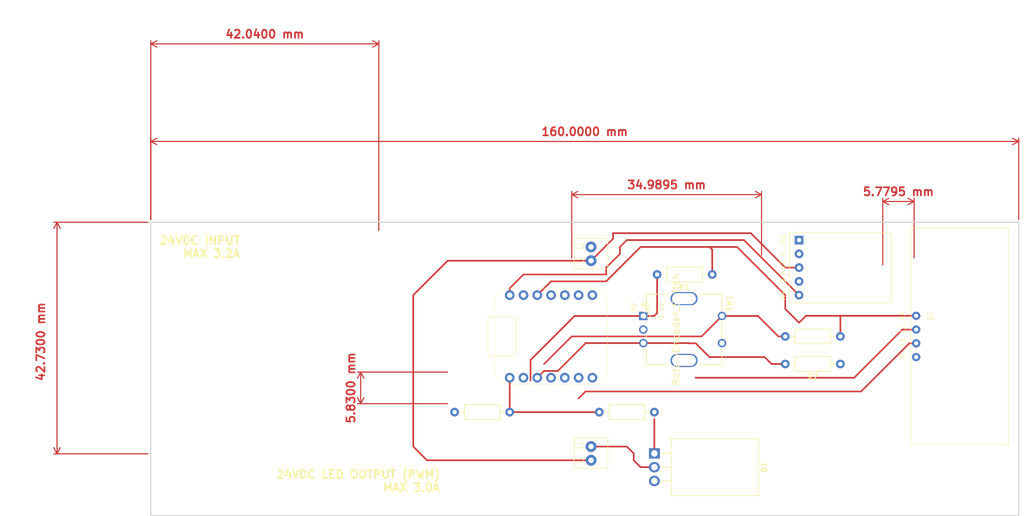
<source format=kicad_pcb>
(kicad_pcb (version 20240108) (generator "pcbnew") (generator_version "8.0")
  (layers (0 "F.Cu" signal) (31 "B.Cu" signal) (34 "B.Paste" user) (35 "F.Paste" user) (36 "B.SilkS" user "B.Silkscreen") (37 "F.SilkS" user "F.Silkscreen") (38 "B.Mask" user) (39 "F.Mask" user) (44 "Edge.Cuts" user))
  (net 0 "")
  (net 1 "/+24V")
  (net 2 "Net-(J2-Pin_2)")
  (net 3 "Net-(J3-Vcc)")
  (net 4 "Net-(Pololu_5V_1-VOUT_5V)")
  (net 6 "Net-(U1-GPIO_9)")
  (net 7 "Net-(Q1-G)")
  (net 8 "Net-(SW1-S1)")
  (net 11 "Net-(U1-GPIO_18)")
  (net 13 "Net-(U1-GPIO_7)")
  (net 15 "Net-(J3-ECHO)")
  (net 16 "Net-(J3-TRIG)")
  (net 17 "<NO NET>")
  (footprint "Resistor_THT:R_Axial_DIN0207_L6.3mm_D2.5mm_P10.16mm_Horizontal" (layer "F.Cu") (at 208.785 82.55 180)
    (property "Reference" "R1" (at 5.08 -2.37 360) (layer "F.SilkS"))
    (property "Value" "10K")
    (fp_line (start 9.12 0) (end 8.35 0) (stroke (width 0.12)) (layer "F.SilkS"))
    (fp_line (start 8.35 1.37) (end 8.35 -1.37) (stroke (width 0.12)) (layer "F.SilkS"))
    (fp_line (start 8.35 -1.37) (end 1.81 -1.37) (stroke (width 0.12)) (layer "F.SilkS"))
    (fp_line (start 1.81 1.37) (end 8.35 1.37) (stroke (width 0.12)) (layer "F.SilkS"))
    (fp_line (start 1.81 -1.37) (end 1.81 1.37) (stroke (width 0.12)) (layer "F.SilkS"))
    (fp_line (start 1.04 0) (end 1.81 0) (stroke (width 0.12)) (layer "F.SilkS"))
    (pad "1" thru_hole circle (at 0 0 180) (size 1.6 1.6) (drill 0.8) (layers "*.Cu" "*.Mask") (net 3 "Net-(J3-Vcc)"))
    (pad "2" thru_hole oval (at 10.16 0 180) (size 1.6 1.6) (drill 0.8) (layers "*.Cu" "*.Mask") (net 13 "Net-(U1-GPIO_7)"))
  )
  (footprint "Resistor_THT:R_Axial_DIN0207_L6.3mm_D2.5mm_P10.16mm_Horizontal" (layer "F.Cu") (at 171.45 107.95 180)
    (property "Reference" "R4" (hide yes))
    (property "Value" "10K" (hide yes))
    (fp_line (start 9.12 0) (end 8.35 0) (stroke (width 0.12)) (layer "F.SilkS"))
    (fp_line (start 8.35 1.37) (end 8.35 -1.37) (stroke (width 0.12)) (layer "F.SilkS"))
    (fp_line (start 8.35 -1.37) (end 1.81 -1.37) (stroke (width 0.12)) (layer "F.SilkS"))
    (fp_line (start 1.81 1.37) (end 8.35 1.37) (stroke (width 0.12)) (layer "F.SilkS"))
    (fp_line (start 1.81 -1.37) (end 1.81 1.37) (stroke (width 0.12)) (layer "F.SilkS"))
    (fp_line (start 1.04 0) (end 1.81 0) (stroke (width 0.12)) (layer "F.SilkS"))
    (pad "1" thru_hole circle (at 0 0 180) (size 1.6 1.6) (drill 0.8) (layers "*.Cu" "*.Mask") (net 11 "Net-(U1-GPIO_18)"))
    (pad "2" thru_hole oval (at 10.16 0 180) (size 1.6 1.6) (drill 0.8) (layers "*.Cu" "*.Mask") (net 17 "<NO NET>"))
  )
  (footprint "user:AdafruitQTPyEsp32S3" (layer "F.Cu") (at 171.45 101.6 90)
    (property "Reference" "U1" (hide yes))
    (property "Value" "~" (hide yes))
    (fp_line (start 1.27 -2.7305) (end 13.97 -2.7305) (stroke (width 0.05)) (layer "F.SilkS"))
    (fp_line (start 16.51 -0.1905) (end 16.51 15.4305) (stroke (width 0.05)) (layer "F.SilkS"))
    (fp_line (start -1.27 15.4305) (end -1.27 -0.1905) (stroke (width 0.05)) (layer "F.SilkS"))
    (fp_line (start 13.97 17.9705) (end 1.27 17.9705) (stroke (width 0.05)) (layer "F.SilkS"))
    (fp_rect (start 4.064 -4.0005) (end 11.176 1.0795) (stroke (width 0.1)) (fill none) (layer "F.SilkS"))
    (fp_arc (start 13.97 -2.7305) (mid 15.766051 -1.986551) (end 16.51 -0.1905) (stroke (width 0.05)) (layer "F.SilkS"))
    (fp_arc (start -1.27 -0.1905) (mid -0.526051 -1.986551) (end 1.27 -2.7305) (stroke (width 0.05)) (layer "F.SilkS"))
    (fp_arc (start 16.51 15.4305) (mid 15.766051 17.226551) (end 13.97 17.9705) (stroke (width 0.05)) (layer "F.SilkS"))
    (fp_arc (start 1.27 17.9705) (mid -0.526051 17.226551) (end -1.27 15.4305) (stroke (width 0.05)) (layer "F.SilkS"))
    (fp_text user "3.3V" (at 13.97 27.94 90) (layer "F.SilkS") (effects (font (thickness 0.1)) (justify right)))
    (fp_text user "5V" (at 13.97 22.86 90) (layer "F.SilkS") (effects (font (thickness 0.1)) (justify right)))
    (fp_text user "GND" (at 13.97 25.4 90) (layer "F.SilkS") (effects (font (thickness 0.1)) (justify right)))
    (pad "1" thru_hole circle (at 0 0 90) (size 1.778 1.778) (drill 1) (layers "*.Cu" "*.Mask") (net 11 "Net-(U1-GPIO_18)"))
    (pad "2" thru_hole circle (at 0 2.54 90) (size 1.778 1.778) (drill 1) (layers "*.Cu" "*.Mask"))
    (pad "3" thru_hole circle (at 0 5.08 90) (size 1.778 1.778) (drill 1) (layers "*.Cu" "*.Mask") (net 6 "Net-(U1-GPIO_9)"))
    (pad "4" thru_hole circle (at 0 7.62 90) (size 1.778 1.778) (drill 1) (layers "*.Cu" "*.Mask"))
    (pad "5" thru_hole circle (at 0 10.16 90) (size 1.778 1.778) (drill 1) (layers "*.Cu" "*.Mask") (net 13 "Net-(U1-GPIO_7)"))
    (pad "6" thru_hole circle (at 0 12.7 90) (size 1.778 1.778) (drill 1) (layers "*.Cu" "*.Mask"))
    (pad "7" thru_hole circle (at 0 15.24 90) (size 1.778 1.778) (drill 1) (layers "*.Cu" "*.Mask") (net 15 "Net-(J3-ECHO)"))
    (pad "8" thru_hole circle (at 15.24 15.24 270) (size 1.778 1.778) (drill 1) (layers "*.Cu" "*.Mask") (net 16 "Net-(J3-TRIG)"))
    (pad "9" thru_hole circle (at 15.24 12.7 270) (size 1.778 1.778) (drill 1) (layers "*.Cu" "*.Mask"))
    (pad "10" thru_hole circle (at 15.24 10.16 270) (size 1.778 1.778) (drill 1) (layers "*.Cu" "*.Mask") (net 8 "Net-(SW1-S1)"))
    (pad "11" thru_hole circle (at 15.24 7.62 270) (size 1.778 1.778) (drill 1) (layers "*.Cu" "*.Mask"))
    (pad "12" thru_hole circle (at 15.24 5.08 270) (size 1.778 1.778) (drill 1) (layers "*.Cu" "*.Mask") (net 3 "Net-(J3-Vcc)"))
    (pad "13" thru_hole circle (at 15.24 2.54 270) (size 1.778 1.778) (drill 1) (layers "*.Cu" "*.Mask") (net 17 "<NO NET>"))
    (pad "14" thru_hole circle (at 15.24 0 270) (size 1.778 1.778) (drill 1) (layers "*.Cu" "*.Mask") (net 4 "Net-(Pololu_5V_1-VOUT_5V)"))
  )
  (footprint "user:Bourns-PEC11R-4220F-S0024-0-0-0" (layer "F.Cu") (at 203.585 92.71 -90)
    (property "Reference" "SW1" (at -6.5 -8.35 90) (layer "F.SilkS") (effects (justify right)))
    (property "Value" "RotaryEncoder_Switch" (at 0 1.5 90) (layer "F.SilkS") (effects (font (size 1.27 1.27))))
    (fp_line (start -6.5 6.95) (end -3.65 6.95) (stroke (width 0.15)) (layer "F.SilkS"))
    (fp_line (start -6.5 6.95) (end -6.5 2.875) (stroke (width 0.15)) (layer "F.SilkS"))
    (fp_line (start -1.35 6.95) (end -1.15 6.95) (stroke (width 0.15)) (layer "F.SilkS"))
    (fp_line (start 1.15 6.95) (end 1.35 6.95) (stroke (width 0.15)) (layer "F.SilkS"))
    (fp_line (start 3.65 6.95) (end 6.5 6.95) (stroke (width 0.15)) (layer "F.SilkS"))
    (fp_line (start 6.5 6.95) (end 6.5 2.875) (stroke (width 0.15)) (layer "F.SilkS"))
    (fp_line (start -6.5 -2.875) (end -6.5 -6.95) (stroke (width 0.15)) (layer "F.SilkS"))
    (fp_line (start 6.5 -2.875) (end 6.5 -6.95) (stroke (width 0.15)) (layer "F.SilkS"))
    (fp_line (start -6.5 -6.95) (end -3.65 -6.95) (stroke (width 0.15)) (layer "F.SilkS"))
    (fp_line (start -1.35 -6.95) (end 1.35 -6.95) (stroke (width 0.15)) (layer "F.SilkS"))
    (fp_line (start 3.65 -6.95) (end 6.5 -6.95) (stroke (width 0.15)) (layer "F.SilkS"))
    (fp_circle (center -4.6 7.7) (end -4.475 7.7) (stroke (width 0.25)) (fill none) (layer "F.SilkS"))
    (pad "" thru_hole roundrect (at -5.7 0 270) (size 2.4 5) (drill oval 2 4.4) (layers "*.Cu" "*.Mask") (roundrect_rratio 0.5))
    (pad "" thru_hole roundrect (at 5.7 0 270) (size 2.4 5) (drill oval 2 4.4) (layers "*.Cu" "*.Mask") (roundrect_rratio 0.5))
    (pad "1" thru_hole circle (at -2.5 -7 270) (size 1.55 1.55) (drill 1) (layers "*.Cu" "*.Mask") (net 8 "Net-(SW1-S1)"))
    (pad "2" thru_hole circle (at 2.5 -7 270) (size 1.55 1.55) (drill 1) (layers "*.Cu" "*.Mask") (net 17 "<NO NET>"))
    (pad "A" thru_hole rect (at -2.5 7.5 270) (size 1.55 1.55) (drill 1) (layers "*.Cu" "*.Mask") (net 13 "Net-(U1-GPIO_7)"))
    (pad "B" thru_hole circle (at 2.5 7.5 270) (size 1.55 1.55) (drill 1) (layers "*.Cu" "*.Mask") (net 6 "Net-(U1-GPIO_9)"))
    (pad "C" thru_hole circle (at 0 7.5 270) (size 1.55 1.55) (drill 1) (layers "*.Cu" "*.Mask") (net 17 "<NO NET>"))
  )
  (footprint "Resistor_THT:R_Axial_DIN0207_L6.3mm_D2.5mm_P10.16mm_Horizontal" (layer "F.Cu") (at 232.41 99.06 180)
    (property "Reference" "R2" (at 5.08 -2.37 0) (layer "F.SilkS"))
    (property "Value" "10K")
    (fp_line (start 9.12 0) (end 8.35 0) (stroke (width 0.12)) (layer "F.SilkS"))
    (fp_line (start 8.35 1.37) (end 8.35 -1.37) (stroke (width 0.12)) (layer "F.SilkS"))
    (fp_line (start 8.35 -1.37) (end 1.81 -1.37) (stroke (width 0.12)) (layer "F.SilkS"))
    (fp_line (start 1.81 1.37) (end 8.35 1.37) (stroke (width 0.12)) (layer "F.SilkS"))
    (fp_line (start 1.81 -1.37) (end 1.81 1.37) (stroke (width 0.12)) (layer "F.SilkS"))
    (fp_line (start 1.04 0) (end 1.81 0) (stroke (width 0.12)) (layer "F.SilkS"))
    (pad "1" thru_hole circle (at 0 0 180) (size 1.6 1.6) (drill 0.8) (layers "*.Cu" "*.Mask") (net 3 "Net-(J3-Vcc)"))
    (pad "2" thru_hole oval (at 10.16 0 180) (size 1.6 1.6) (drill 0.8) (layers "*.Cu" "*.Mask") (net 6 "Net-(U1-GPIO_9)"))
  )
  (footprint "user:RCWL-1601" (layer "F.Cu") (at 246.38 90.17 -90)
    (property "Reference" "J3" (at 0 -2.54 -90) (layer "F.SilkS") (effects (font (thickness 0.1))))
    (property "Value" "Screw_Terminal_HCSR04")
    (fp_rect (start -16.19 -17) (end 23.81 1) (stroke (width 0.1)) (fill none) (layer "F.SilkS"))
    (fp_text user "Tr" (at 2.54 2.54 -90) (layer "F.SilkS") (effects (font (thickness 0.1))))
    (fp_text user "G" (at 7.62 2.54 -90) (layer "F.SilkS") (effects (font (thickness 0.1))))
    (fp_text user "Ec" (at 5.08 2.54 -90) (layer "F.SilkS") (effects (font (thickness 0.1))))
    (fp_text user "Vc" (at 0 2.54 -90) (layer "F.SilkS") (effects (font (thickness 0.1))))
    (pad "1" thru_hole circle (at 0 0 270) (size 1.524 1.524) (drill 0.762) (layers "*.Cu" "*.Mask") (net 3 "Net-(J3-Vcc)"))
    (pad "2" thru_hole circle (at 2.54 0 270) (size 1.524 1.524) (drill 0.762) (layers "*.Cu" "*.Mask") (net 16 "Net-(J3-TRIG)"))
    (pad "3" thru_hole circle (at 5.08 0 270) (size 1.524 1.524) (drill 0.762) (layers "*.Cu" "*.Mask") (net 15 "Net-(J3-ECHO)"))
    (pad "4" thru_hole circle (at 7.62 0 270) (size 1.524 1.524) (drill 0.762) (layers "*.Cu" "*.Mask") (net 17 "<NO NET>"))
  )
  (footprint "user:Pololu_5V_H" (layer "F.Cu") (at 224.79 81.28 -90)
    (property "Reference" "Pololu_5V_1" (hide yes))
    (property "Value" "~" (hide yes))
    (fp_rect (start -6.5 -17) (end 6.5 1.762) (stroke (width 0.1)) (fill none) (layer "F.SilkS"))
    (fp_text user "PG" (at -5.08 3.048 -90) (layer "F.SilkS") (effects (font (thickness 0.1))))
    (fp_text user "5V" (at 5.08 3.048 -90) (layer "F.SilkS") (effects (font (thickness 0.1))))
    (fp_text user "G" (at 2.54 3.048 -90) (layer "F.SilkS") (effects (font (thickness 0.1))))
    (fp_text user "S" (at -2.54 3.048 -90) (layer "F.SilkS") (effects (font (thickness 0.1))))
    (fp_text user "24V" (at 0 3.048 -90) (layer "F.SilkS") (effects (font (thickness 0.1))))
    (pad "1" thru_hole rect (at -5.08 0 270) (size 1.6 1.6) (drill 0.8) (layers "*.Cu" "*.Mask"))
    (pad "2" thru_hole circle (at -2.54 0 270) (size 1.6 1.6) (drill 0.8) (layers "*.Cu" "*.Mask"))
    (pad "3" thru_hole circle (at 0 0 270) (size 1.6 1.6) (drill 0.8) (layers "*.Cu" "*.Mask") (net 1 "/+24V"))
    (pad "4" thru_hole circle (at 2.54 0 270) (size 1.6 1.6) (drill 0.8) (layers "*.Cu" "*.Mask") (net 17 "<NO NET>"))
    (pad "5" thru_hole circle (at 5.08 0 270) (size 1.6 1.6) (drill 0.8) (layers "*.Cu" "*.Mask") (net 4 "Net-(Pololu_5V_1-VOUT_5V)"))
  )
  (footprint "user:TO-220F-3_H_Heatsink" (layer "F.Cu") (at 198.12 115.57 -90)
    (property "Reference" "Q1" (at 2.54 -20.22 90) (layer "F.SilkS"))
    (property "Value" "IRLB8721PBF")
    (fp_line (start -2.71 -3.11) (end 7.79 -3.11) (stroke (width 0.12)) (layer "F.SilkS"))
    (fp_line (start 0 -3.11) (end 0 -1.15) (stroke (width 0.12)) (layer "F.SilkS"))
    (fp_line (start 2.54 -3.11) (end 2.54 -1.15) (stroke (width 0.12)) (layer "F.SilkS"))
    (fp_line (start 5.08 -3.11) (end 5.08 -1.15) (stroke (width 0.12)) (layer "F.SilkS"))
    (fp_line (start -2.71 -19.22) (end -2.71 -3.11) (stroke (width 0.12)) (layer "F.SilkS"))
    (fp_line (start -2.71 -19.22) (end 7.79 -19.22) (stroke (width 0.12)) (layer "F.SilkS"))
    (fp_line (start 7.79 -19.22) (end 7.79 -3.11) (stroke (width 0.12)) (layer "F.SilkS"))
    (pad "1" thru_hole rect (at 0 0 270) (size 1.905 2) (drill 1.2) (layers "*.Cu" "*.Mask") (net 7 "Net-(Q1-G)"))
    (pad "2" thru_hole oval (at 2.54 0 270) (size 1.905 2) (drill 1.2) (layers "*.Cu" "*.Mask") (net 2 "Net-(J2-Pin_2)"))
    (pad "3" thru_hole oval (at 5.08 0 270) (size 1.905 2) (drill 1.2) (layers "*.Cu" "*.Mask") (net 17 "<NO NET>"))
  )
  (footprint "user:2xTermBlock_254mm" (layer "F.Cu") (at 186.445 80.01 90)
    (property "Reference" "J1" (hide yes))
    (property "Value" "Screw_Terminal_01x02" (hide yes))
    (fp_rect (start 2.3 -3.1) (end 3.1 -1.4) (stroke (width 0.1)) (fill none) (layer "F.SilkS"))
    (fp_rect (start -0.4 -3.1) (end 0.4 -1.4) (stroke (width 0.1)) (fill none) (layer "F.SilkS"))
    (fp_rect (start -1.5 -3.1) (end 4.1 3.1) (stroke (width 0.1)) (fill none) (layer "F.SilkS"))
    (pad "1" thru_hole circle (at 0 0 90) (size 2 2) (drill 1) (layers "*.Cu" "*.Mask") (net 1 "/+24V"))
    (pad "2" thru_hole circle (at 2.54 0 90) (size 2 2) (drill 1) (layers "*.Cu" "*.Mask") (net 17 "<NO NET>"))
  )
  (footprint "Resistor_THT:R_Axial_DIN0207_L6.3mm_D2.5mm_P10.16mm_Horizontal" (layer "F.Cu") (at 187.96 107.95)
    (property "Reference" "R5" (hide yes))
    (property "Value" "47" (hide yes))
    (fp_line (start 1.04 0) (end 1.81 0) (stroke (width 0.12)) (layer "F.SilkS"))
    (fp_line (start 1.81 -1.37) (end 1.81 1.37) (stroke (width 0.12)) (layer "F.SilkS"))
    (fp_line (start 1.81 1.37) (end 8.35 1.37) (stroke (width 0.12)) (layer "F.SilkS"))
    (fp_line (start 8.35 -1.37) (end 1.81 -1.37) (stroke (width 0.12)) (layer "F.SilkS"))
    (fp_line (start 8.35 1.37) (end 8.35 -1.37) (stroke (width 0.12)) (layer "F.SilkS"))
    (fp_line (start 9.12 0) (end 8.35 0) (stroke (width 0.12)) (layer "F.SilkS"))
    (pad "1" thru_hole circle (at 0 0) (size 1.6 1.6) (drill 0.8) (layers "*.Cu" "*.Mask") (net 11 "Net-(U1-GPIO_18)"))
    (pad "2" thru_hole oval (at 10.16 0) (size 1.6 1.6) (drill 0.8) (layers "*.Cu" "*.Mask") (net 7 "Net-(Q1-G)"))
  )
  (footprint "user:2xTermBlock_254mm" (layer "F.Cu") (at 186.445 116.84 90)
    (property "Reference" "J2" (hide yes))
    (property "Value" "Screw_Terminal_01x02" (hide yes))
    (fp_rect (start 2.3 -3.1) (end 3.1 -1.4) (stroke (width 0.1)) (fill none) (layer "F.SilkS"))
    (fp_rect (start -0.4 -3.1) (end 0.4 -1.4) (stroke (width 0.1)) (fill none) (layer "F.SilkS"))
    (fp_rect (start -1.5 -3.1) (end 4.1 3.1) (stroke (width 0.1)) (fill none) (layer "F.SilkS"))
    (pad "1" thru_hole circle (at 0 0 90) (size 2 2) (drill 1) (layers "*.Cu" "*.Mask") (net 1 "/+24V"))
    (pad "2" thru_hole circle (at 2.54 0 90) (size 2 2) (drill 1) (layers "*.Cu" "*.Mask") (net 2 "Net-(J2-Pin_2)"))
  )
  (footprint "Resistor_THT:R_Axial_DIN0207_L6.3mm_D2.5mm_P10.16mm_Horizontal" (layer "F.Cu") (at 232.41 93.98 180)
    (property "Reference" "R3" (hide yes))
    (property "Value" "10K")
    (fp_line (start 9.12 0) (end 8.35 0) (stroke (width 0.12)) (layer "F.SilkS"))
    (fp_line (start 8.35 1.37) (end 8.35 -1.37) (stroke (width 0.12)) (layer "F.SilkS"))
    (fp_line (start 8.35 -1.37) (end 1.81 -1.37) (stroke (width 0.12)) (layer "F.SilkS"))
    (fp_line (start 1.81 1.37) (end 8.35 1.37) (stroke (width 0.12)) (layer "F.SilkS"))
    (fp_line (start 1.81 -1.37) (end 1.81 1.37) (stroke (width 0.12)) (layer "F.SilkS"))
    (fp_line (start 1.04 0) (end 1.81 0) (stroke (width 0.12)) (layer "F.SilkS"))
    (pad "1" thru_hole circle (at 0 0 180) (size 1.6 1.6) (drill 0.8) (layers "*.Cu" "*.Mask") (net 3 "Net-(J3-Vcc)"))
    (pad "2" thru_hole oval (at 10.16 0 180) (size 1.6 1.6) (drill 0.8) (layers "*.Cu" "*.Mask") (net 8 "Net-(SW1-S1)"))
  )
  (gr_rect (start 105.28 72.91) (end 265.28 127.07) (stroke (width 0.2)) (fill none) (layer "Edge.Cuts"))
  (gr_text "24VDC INPUT\nMAX 3.2A" (at 121.92 77.47 0) (layer "F.SilkS") (effects (font (size 1.5 1.5) (thickness 0.3) (bold yes)) (justify right)))
  (gr_text "24VDC LED OUTPUT (PWM)\nMAX 3.0A" (at 158.75 120.65 0) (layer "F.SilkS") (effects (font (size 1.5 1.5) (thickness 0.3) (bold yes)) (justify right)))
  (dimension (type orthogonal) (layer "F.Cu") (pts (xy 105.28 72.91) (xy 147.32 74.93)) (height -32.91) (orientation 0) (gr_text "42.0400 mm" (at 126.3 38.2 0) (layer "F.Cu") (effects (font (size 1.5 1.5) (thickness 0.3)))) (format (prefix "") (suffix "") (units 3) (units_format 1) (precision 4)) (style (thickness 0.2) (arrow_length 1.27) (text_position_mode 0) (extension_height 0.58642) (extension_offset 0.5) keep_text_aligned))
  (dimension (type orthogonal) (layer "F.Cu") (pts (xy 182.88 80.01) (xy 217.8695 79.5)) (height -12.2) (orientation 0) (gr_text "34.9895 mm" (at 200.37475 66.01 0) (layer "F.Cu") (effects (font (size 1.5 1.5) (thickness 0.3)))) (format (prefix "") (suffix "") (units 3) (units_format 1) (precision 4)) (style (thickness 0.2) (arrow_length 1.27) (text_position_mode 0) (extension_height 0.58642) (extension_offset 0.5) keep_text_aligned))
  (dimension (type orthogonal) (layer "F.Cu") (pts (xy 105.28 72.91) (xy 265.28 72.91)) (height -14.91) (orientation 0) (gr_text "160.0000 mm" (at 185.28 56.2 0) (layer "F.Cu") (effects (font (size 1.5 1.5) (thickness 0.3)))) (format (prefix "") (suffix "") (units 3) (units_format 1) (precision 4)) (style (thickness 0.2) (arrow_length 1.27) (text_position_mode 0) (extension_height 0.58642) (extension_offset 0.5) keep_text_aligned))
  (dimension (type orthogonal) (layer "F.Cu") (pts (xy 240.2205 81.28) (xy 246 80)) (height -12.2) (orientation 0) (gr_text "5.7795 mm" (at 243.11025 67.28 0) (layer "F.Cu") (effects (font (size 1.5 1.5) (thickness 0.3)))) (format (prefix "") (suffix "") (units 3) (units_format 1) (precision 4)) (style (thickness 0.2) (arrow_length 1.27) (text_position_mode 0) (extension_height 0.58642) (extension_offset 0.5) keep_text_aligned))
  (dimension (type orthogonal) (layer "F.Cu") (pts (xy 105.28 72.91) (xy 105.28 115.64)) (height -17.28) (orientation 1) (gr_text "42.7300 mm" (at 85 94.955 90) (layer "F.Cu") (effects (font (size 1.5 1.5) (thickness 0.3)))) (format (prefix "") (suffix "") (units 3) (units_format 1) (precision 4)) (style (thickness 0.2) (arrow_length 1.27) (text_position_mode 2) (extension_height 0.58642) (extension_offset 0.5) keep_text_aligned))
  (dimension (type orthogonal) (layer "F.Cu") (pts (xy 160.485 100.56) (xy 160.485 106.39)) (height -16.51) (orientation 1) (gr_text "5.8300 mm" (at 142.175 103.475 90) (layer "F.Cu") (effects (font (size 1.5 1.5) (thickness 0.3)))) (format (prefix "") (suffix "") (units 3) (units_format 1) (precision 4)) (style (thickness 0.2) (arrow_length 1.27) (text_position_mode 0) (extension_height 0.58642) (extension_offset 0.5) keep_text_aligned))
  (segment (start 153.67 114.3) (end 156.21 116.84) (width 0.3) (layer "F.Cu") (net 1))
  (segment (start 156.21 116.84) (end 186.445 116.84) (width 0.3) (layer "F.Cu") (net 1))
  (segment (start 190.5 74.93) (end 190.5 75.955) (width 0.3) (layer "F.Cu") (net 1))
  (segment (start 186.445 80.01) (end 160.02 80.01) (width 0.3) (layer "F.Cu") (net 1))
  (segment (start 224.79 81.28) (end 222.25 81.28) (width 0.3) (layer "F.Cu") (net 1))
  (segment (start 222.25 81.28) (end 215.9 74.93) (width 0.3) (layer "F.Cu") (net 1))
  (segment (start 190.5 75.955) (end 186.445 80.01) (width 0.3) (layer "F.Cu") (net 1))
  (segment (start 160.02 80.01) (end 153.67 86.36) (width 0.3) (layer "F.Cu") (net 1))
  (segment (start 215.9 74.93) (end 190.5 74.93) (width 0.3) (layer "F.Cu") (net 1))
  (segment (start 153.67 86.36) (end 153.67 114.3) (width 0.3) (layer "F.Cu") (net 1))
  (segment (start 198.12 118.11) (end 195.58 118.11) (width 0.3) (layer "F.Cu") (net 2))
  (segment (start 186.445 114.3) (end 193.04 114.3) (width 0.3) (layer "F.Cu") (net 2))
  (segment (start 195.58 118.11) (end 194.31 116.84) (width 0.3) (layer "F.Cu") (net 2))
  (segment (start 194.31 116.84) (end 194.31 115.57) (width 0.3) (layer "F.Cu") (net 2))
  (segment (start 194.31 115.57) (end 193.04 114.3) (width 0.3) (layer "F.Cu") (net 2))
  (segment (start 222.25 88.9) (end 224.79 91.44) (width 0.3) (layer "F.Cu") (net 3))
  (segment (start 179.07 83.82) (end 189.23 83.82) (width 0.3) (layer "F.Cu") (net 3))
  (segment (start 213.36 77.47) (end 222.25 86.36) (width 0.3) (layer "F.Cu") (net 3))
  (segment (start 189.23 83.82) (end 195.58 77.47) (width 0.3) (layer "F.Cu") (net 3))
  (segment (start 222.25 86.36) (end 222.25 88.9) (width 0.3) (layer "F.Cu") (net 3))
  (segment (start 195.58 77.47) (end 208.28 77.47) (width 0.3) (layer "F.Cu") (net 3))
  (segment (start 226.06 90.17) (end 232.41 90.17) (width 0.3) (layer "F.Cu") (net 3))
  (segment (start 232.41 93.98) (end 232.41 90.17) (width 0.3) (layer "F.Cu") (net 3))
  (segment (start 208.28 77.47) (end 208.785 77.975) (width 0.3) (layer "F.Cu") (net 3))
  (segment (start 224.79 91.44) (end 226.06 90.17) (width 0.3) (layer "F.Cu") (net 3))
  (segment (start 208.785 77.975) (end 208.785 82.55) (width 0.3) (layer "F.Cu") (net 3))
  (segment (start 208.28 77.47) (end 213.36 77.47) (width 0.3) (layer "F.Cu") (net 3))
  (segment (start 176.53 86.36) (end 179.07 83.82) (width 0.3) (layer "F.Cu") (net 3))
  (segment (start 232.41 90.17) (end 246.38 90.17) (width 0.3) (layer "F.Cu") (net 3))
  (segment (start 191.77 77.47) (end 191.77 78.74) (width 0.3) (layer "F.Cu") (net 4))
  (segment (start 224.79 86.36) (end 214.63 76.2) (width 0.3) (layer "F.Cu") (net 4))
  (segment (start 171.45 85.09) (end 171.45 86.36) (width 0.3) (layer "F.Cu") (net 4))
  (segment (start 189.23 81.28) (end 189.23 82.55) (width 0.3) (layer "F.Cu") (net 4))
  (segment (start 189.23 82.55) (end 173.99 82.55) (width 0.3) (layer "F.Cu") (net 4))
  (segment (start 193.04 76.2) (end 191.77 77.47) (width 0.3) (layer "F.Cu") (net 4))
  (segment (start 173.99 82.55) (end 171.45 85.09) (width 0.3) (layer "F.Cu") (net 4))
  (segment (start 214.63 76.2) (end 193.04 76.2) (width 0.3) (layer "F.Cu") (net 4))
  (segment (start 191.77 78.74) (end 189.23 81.28) (width 0.3) (layer "F.Cu") (net 4))
  (segment (start 219.71 99.06) (end 222.25 99.06) (width 0.3) (layer "F.Cu") (net 6))
  (segment (start 204.43 95.21) (end 196.085 95.21) (width 0.3) (layer "F.Cu") (net 6))
  (segment (start 208.28 97.79) (end 205.74 95.25) (width 0.3) (layer "F.Cu") (net 6))
  (segment (start 185.46 95.21) (end 196.085 95.21) (width 0.3) (layer "F.Cu") (net 6))
  (segment (start 176.53 101.6) (end 177.769 100.361) (width 0.3) (layer "F.Cu") (net 6))
  (segment (start 180.309 100.361) (end 185.46 95.21) (width 0.3) (layer "F.Cu") (net 6))
  (segment (start 204.47 95.25) (end 204.43 95.21) (width 0.3) (layer "F.Cu") (net 6))
  (segment (start 205.74 95.25) (end 204.47 95.25) (width 0.3) (layer "F.Cu") (net 6))
  (segment (start 218.44 97.79) (end 219.71 99.06) (width 0.3) (layer "F.Cu") (net 6))
  (segment (start 218.44 97.79) (end 208.28 97.79) (width 0.3) (layer "F.Cu") (net 6))
  (segment (start 177.769 100.361) (end 180.309 100.361) (width 0.3) (layer "F.Cu") (net 6))
  (segment (start 198.12 115.57) (end 198.12 109.22) (width 0.3) (layer "F.Cu") (net 7))
  (segment (start 182.88 93.98) (end 206.815 93.98) (width 0.3) (layer "F.Cu") (net 8))
  (segment (start 217.13 90.21) (end 210.585 90.21) (width 0.3) (layer "F.Cu") (net 8))
  (segment (start 206.815 93.98) (end 210.585 90.21) (width 0.3) (layer "F.Cu") (net 8))
  (segment (start 220.98 93.98) (end 222.25 93.98) (width 0.3) (layer "F.Cu") (net 8))
  (segment (start 217.17 90.17) (end 220.98 93.98) (width 0.3) (layer "F.Cu") (net 8))
  (segment (start 217.17 90.17) (end 217.13 90.21) (width 0.3) (layer "F.Cu") (net 8))
  (segment (start 177.8 99.06) (end 182.88 93.98) (width 0.3) (layer "F.Cu") (net 8))
  (segment (start 187.96 107.95) (end 171.45 107.95) (width 0.3) (layer "F.Cu") (net 11))
  (segment (start 171.45 101.6) (end 171.45 107.95) (width 0.3) (layer "F.Cu") (net 11))
  (segment (start 198.625 89.665) (end 198.625 82.55) (width 0.3) (layer "F.Cu") (net 13))
  (segment (start 196.085 90.21) (end 183.402893 90.21) (width 0.3) (layer "F.Cu") (net 13))
  (segment (start 198.08 90.21) (end 198.625 89.665) (width 0.3) (layer "F.Cu") (net 13))
  (segment (start 175.291 98.321893) (end 175.291 102.113211) (width 0.3) (layer "F.Cu") (net 13))
  (segment (start 183.402893 90.21) (end 175.291 98.321893) (width 0.3) (layer "F.Cu") (net 13))
  (segment (start 196.085 90.21) (end 198.08 90.21) (width 0.3) (layer "F.Cu") (net 13))
  (segment (start 236.22 104.14) (end 185.42 104.14) (width 0.3) (layer "F.Cu") (net 15))
  (segment (start 245.11 95.25) (end 236.22 104.14) (width 0.3) (layer "F.Cu") (net 15))
  (segment (start 185.42 104.14) (end 184.15 105.41) (width 0.3) (layer "F.Cu") (net 15))
  (segment (start 246.38 95.25) (end 245.11 95.25) (width 0.3) (layer "F.Cu") (net 15))
  (segment (start 205.74 101.6) (end 234.95 101.6) (width 0.3) (layer "F.Cu") (net 16))
  (segment (start 234.95 101.6) (end 243.84 92.71) (width 0.3) (layer "F.Cu") (net 16))
  (segment (start 243.84 92.71) (end 246.38 92.71) (width 0.3) (layer "F.Cu") (net 16))
)
</source>
